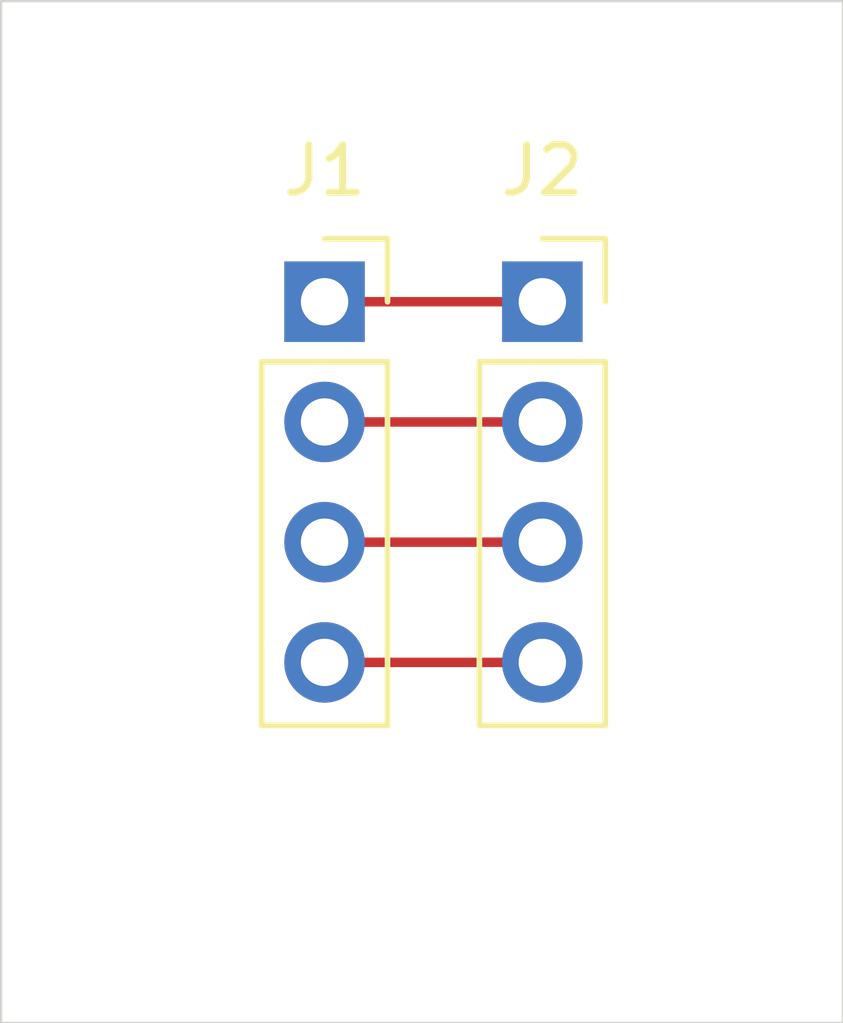
<source format=kicad_pcb>
(kicad_pcb (version 20240108) (generator "pcbnew") (generator_version "8.0")
  (layers (0 "F.Cu" signal) (31 "B.Cu" signal) (34 "B.Paste" user) (35 "F.Paste" user) (36 "B.SilkS" user "B.Silkscreen") (37 "F.SilkS" user "F.Silkscreen") (38 "B.Mask" user) (39 "F.Mask" user) (44 "Edge.Cuts" user))
  (net 0 "")
  (net 1 "Net-(J1-Pin_3)")
  (net 2 "Net-(J1-Pin_4)")
  (net 3 "Net-(J1-Pin_2)")
  (net 4 "Net-(J1-Pin_1)")
  (footprint "Connector_PinSocket_2.54mm:PinSocket_1x04_P2.54mm_Vertical" (layer "F.Cu") (at 67.79 67.31)
    (property "Reference" "J1" (at 0 -2.77 0) (layer "F.SilkS"))
    (property "Value" "Conn_01x04_Pin")
    (fp_line (start -1.33 1.27) (end -1.33 8.95) (stroke (width 0.12)) (layer "F.SilkS"))
    (fp_line (start -1.33 1.27) (end 1.33 1.27) (stroke (width 0.12)) (layer "F.SilkS"))
    (fp_line (start -1.33 8.95) (end 1.33 8.95) (stroke (width 0.12)) (layer "F.SilkS"))
    (fp_line (start 0 -1.33) (end 1.33 -1.33) (stroke (width 0.12)) (layer "F.SilkS"))
    (fp_line (start 1.33 -1.33) (end 1.33 0) (stroke (width 0.12)) (layer "F.SilkS"))
    (fp_line (start 1.33 1.27) (end 1.33 8.95) (stroke (width 0.12)) (layer "F.SilkS"))
    (pad "1" thru_hole rect (at 0 0) (size 1.7 1.7) (drill 1) (layers "*.Cu" "*.Mask") (net 4 "Net-(J1-Pin_1)"))
    (pad "2" thru_hole oval (at 0 2.54) (size 1.7 1.7) (drill 1) (layers "*.Cu" "*.Mask") (net 3 "Net-(J1-Pin_2)"))
    (pad "3" thru_hole oval (at 0 5.08) (size 1.7 1.7) (drill 1) (layers "*.Cu" "*.Mask") (net 1 "Net-(J1-Pin_3)"))
    (pad "4" thru_hole oval (at 0 7.62) (size 1.7 1.7) (drill 1) (layers "*.Cu" "*.Mask") (net 2 "Net-(J1-Pin_4)"))
  )
  (footprint "Connector_PinSocket_2.54mm:PinSocket_1x04_P2.54mm_Vertical" (layer "F.Cu") (at 72.39 67.31)
    (property "Reference" "J2" (at 0 -2.77 0) (layer "F.SilkS"))
    (property "Value" "Conn_01x04_Pin")
    (fp_line (start -1.33 1.27) (end -1.33 8.95) (stroke (width 0.12)) (layer "F.SilkS"))
    (fp_line (start -1.33 1.27) (end 1.33 1.27) (stroke (width 0.12)) (layer "F.SilkS"))
    (fp_line (start -1.33 8.95) (end 1.33 8.95) (stroke (width 0.12)) (layer "F.SilkS"))
    (fp_line (start 0 -1.33) (end 1.33 -1.33) (stroke (width 0.12)) (layer "F.SilkS"))
    (fp_line (start 1.33 -1.33) (end 1.33 0) (stroke (width 0.12)) (layer "F.SilkS"))
    (fp_line (start 1.33 1.27) (end 1.33 8.95) (stroke (width 0.12)) (layer "F.SilkS"))
    (pad "1" thru_hole rect (at 0 0) (size 1.7 1.7) (drill 1) (layers "*.Cu" "*.Mask") (net 4 "Net-(J1-Pin_1)"))
    (pad "2" thru_hole oval (at 0 2.54) (size 1.7 1.7) (drill 1) (layers "*.Cu" "*.Mask") (net 3 "Net-(J1-Pin_2)"))
    (pad "3" thru_hole oval (at 0 5.08) (size 1.7 1.7) (drill 1) (layers "*.Cu" "*.Mask") (net 1 "Net-(J1-Pin_3)"))
    (pad "4" thru_hole oval (at 0 7.62) (size 1.7 1.7) (drill 1) (layers "*.Cu" "*.Mask") (net 2 "Net-(J1-Pin_4)"))
  )
  (gr_rect (start 60.96 60.96) (end 78.74 82.55) (stroke (width 0.05)) (fill none) (layer "Edge.Cuts"))
  (segment (start 67.79 72.39) (end 72.39 72.39) (width 0.2) (layer "F.Cu") (net 1))
  (segment (start 72.39 74.93) (end 67.79 74.93) (width 0.2) (layer "F.Cu") (net 2))
  (segment (start 72.39 69.85) (end 67.79 69.85) (width 0.2) (layer "F.Cu") (net 3))
  (segment (start 67.79 67.31) (end 72.39 67.31) (width 0.2) (layer "F.Cu") (net 4))
)
</source>
